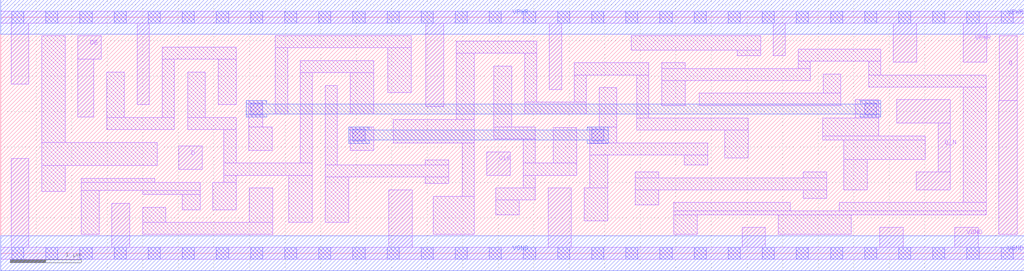
<source format=lef>
# Copyright 2020 The SkyWater PDK Authors
#
# Licensed under the Apache License, Version 2.0 (the "License");
# you may not use this file except in compliance with the License.
# You may obtain a copy of the License at
#
#     https://www.apache.org/licenses/LICENSE-2.0
#
# Unless required by applicable law or agreed to in writing, software
# distributed under the License is distributed on an "AS IS" BASIS,
# WITHOUT WARRANTIES OR CONDITIONS OF ANY KIND, either express or implied.
# See the License for the specific language governing permissions and
# limitations under the License.
#
# SPDX-License-Identifier: Apache-2.0

VERSION 5.7 ;
  NAMESCASESENSITIVE ON ;
  NOWIREEXTENSIONATPIN ON ;
  DIVIDERCHAR "/" ;
  BUSBITCHARS "[]" ;
UNITS
  DATABASE MICRONS 200 ;
END UNITS
MACRO sky130_fd_sc_lp__edfxbp_1
  CLASS CORE ;
  SOURCE USER ;
  FOREIGN sky130_fd_sc_lp__edfxbp_1 ;
  ORIGIN  0.000000  0.000000 ;
  SIZE  14.40000 BY  3.330000 ;
  SYMMETRY X Y R90 ;
  SITE unit ;
  PIN D
    ANTENNAGATEAREA  0.126000 ;
    DIRECTION INPUT ;
    USE SIGNAL ;
    PORT
      LAYER li1 ;
        RECT 2.505000 1.180000 2.835000 1.510000 ;
    END
  END D
  PIN DE
    ANTENNAGATEAREA  0.285000 ;
    DIRECTION INPUT ;
    USE SIGNAL ;
    PORT
      LAYER li1 ;
        RECT 1.085000 1.920000 1.310000 2.735000 ;
        RECT 1.085000 2.735000 1.415000 3.065000 ;
    END
  END DE
  PIN Q
    ANTENNADIFFAREA  0.571200 ;
    DIRECTION OUTPUT ;
    USE SIGNAL ;
    PORT
      LAYER li1 ;
        RECT 14.045000 0.265000 14.300000 2.150000 ;
        RECT 14.050000 2.150000 14.300000 3.065000 ;
    END
  END Q
  PIN Q_N
    ANTENNADIFFAREA  0.583800 ;
    DIRECTION OUTPUT ;
    USE SIGNAL ;
    PORT
      LAYER li1 ;
        RECT 12.605000 1.835000 13.360000 2.165000 ;
        RECT 12.880000 0.895000 13.360000 1.145000 ;
        RECT 13.190000 1.145000 13.360000 1.835000 ;
    END
  END Q_N
  PIN CLK
    ANTENNAGATEAREA  0.159000 ;
    DIRECTION INPUT ;
    USE CLOCK ;
    PORT
      LAYER li1 ;
        RECT 6.840000 1.100000 7.170000 1.430000 ;
    END
  END CLK
  PIN VGND
    DIRECTION INOUT ;
    USE GROUND ;
    PORT
      LAYER li1 ;
        RECT  0.000000 -0.085000 14.400000 0.085000 ;
        RECT  0.145000  0.085000  0.395000 1.335000 ;
        RECT  1.565000  0.085000  1.815000 0.705000 ;
        RECT  5.460000  0.085000  5.790000 0.895000 ;
        RECT  7.700000  0.085000  8.030000 0.920000 ;
        RECT 10.430000  0.085000 10.760000 0.365000 ;
        RECT 12.370000  0.085000 12.700000 0.365000 ;
        RECT 13.420000  0.085000 13.750000 0.365000 ;
      LAYER mcon ;
        RECT  0.155000 -0.085000  0.325000 0.085000 ;
        RECT  0.635000 -0.085000  0.805000 0.085000 ;
        RECT  1.115000 -0.085000  1.285000 0.085000 ;
        RECT  1.595000 -0.085000  1.765000 0.085000 ;
        RECT  2.075000 -0.085000  2.245000 0.085000 ;
        RECT  2.555000 -0.085000  2.725000 0.085000 ;
        RECT  3.035000 -0.085000  3.205000 0.085000 ;
        RECT  3.515000 -0.085000  3.685000 0.085000 ;
        RECT  3.995000 -0.085000  4.165000 0.085000 ;
        RECT  4.475000 -0.085000  4.645000 0.085000 ;
        RECT  4.955000 -0.085000  5.125000 0.085000 ;
        RECT  5.435000 -0.085000  5.605000 0.085000 ;
        RECT  5.915000 -0.085000  6.085000 0.085000 ;
        RECT  6.395000 -0.085000  6.565000 0.085000 ;
        RECT  6.875000 -0.085000  7.045000 0.085000 ;
        RECT  7.355000 -0.085000  7.525000 0.085000 ;
        RECT  7.835000 -0.085000  8.005000 0.085000 ;
        RECT  8.315000 -0.085000  8.485000 0.085000 ;
        RECT  8.795000 -0.085000  8.965000 0.085000 ;
        RECT  9.275000 -0.085000  9.445000 0.085000 ;
        RECT  9.755000 -0.085000  9.925000 0.085000 ;
        RECT 10.235000 -0.085000 10.405000 0.085000 ;
        RECT 10.715000 -0.085000 10.885000 0.085000 ;
        RECT 11.195000 -0.085000 11.365000 0.085000 ;
        RECT 11.675000 -0.085000 11.845000 0.085000 ;
        RECT 12.155000 -0.085000 12.325000 0.085000 ;
        RECT 12.635000 -0.085000 12.805000 0.085000 ;
        RECT 13.115000 -0.085000 13.285000 0.085000 ;
        RECT 13.595000 -0.085000 13.765000 0.085000 ;
        RECT 14.075000 -0.085000 14.245000 0.085000 ;
      LAYER met1 ;
        RECT 0.000000 -0.245000 14.400000 0.245000 ;
    END
  END VGND
  PIN VPWR
    DIRECTION INOUT ;
    USE POWER ;
    PORT
      LAYER li1 ;
        RECT  0.000000 3.245000 14.400000 3.415000 ;
        RECT  0.145000 2.385000  0.395000 3.245000 ;
        RECT  1.920000 2.095000  2.090000 3.245000 ;
        RECT  5.980000 2.065000  6.230000 3.245000 ;
        RECT  7.720000 2.310000  7.890000 3.245000 ;
        RECT 10.870000 2.785000 11.040000 3.245000 ;
        RECT 12.560000 2.695000 12.890000 3.245000 ;
        RECT 13.540000 2.695000 13.870000 3.245000 ;
      LAYER mcon ;
        RECT  0.155000 3.245000  0.325000 3.415000 ;
        RECT  0.635000 3.245000  0.805000 3.415000 ;
        RECT  1.115000 3.245000  1.285000 3.415000 ;
        RECT  1.595000 3.245000  1.765000 3.415000 ;
        RECT  2.075000 3.245000  2.245000 3.415000 ;
        RECT  2.555000 3.245000  2.725000 3.415000 ;
        RECT  3.035000 3.245000  3.205000 3.415000 ;
        RECT  3.515000 3.245000  3.685000 3.415000 ;
        RECT  3.995000 3.245000  4.165000 3.415000 ;
        RECT  4.475000 3.245000  4.645000 3.415000 ;
        RECT  4.955000 3.245000  5.125000 3.415000 ;
        RECT  5.435000 3.245000  5.605000 3.415000 ;
        RECT  5.915000 3.245000  6.085000 3.415000 ;
        RECT  6.395000 3.245000  6.565000 3.415000 ;
        RECT  6.875000 3.245000  7.045000 3.415000 ;
        RECT  7.355000 3.245000  7.525000 3.415000 ;
        RECT  7.835000 3.245000  8.005000 3.415000 ;
        RECT  8.315000 3.245000  8.485000 3.415000 ;
        RECT  8.795000 3.245000  8.965000 3.415000 ;
        RECT  9.275000 3.245000  9.445000 3.415000 ;
        RECT  9.755000 3.245000  9.925000 3.415000 ;
        RECT 10.235000 3.245000 10.405000 3.415000 ;
        RECT 10.715000 3.245000 10.885000 3.415000 ;
        RECT 11.195000 3.245000 11.365000 3.415000 ;
        RECT 11.675000 3.245000 11.845000 3.415000 ;
        RECT 12.155000 3.245000 12.325000 3.415000 ;
        RECT 12.635000 3.245000 12.805000 3.415000 ;
        RECT 13.115000 3.245000 13.285000 3.415000 ;
        RECT 13.595000 3.245000 13.765000 3.415000 ;
        RECT 14.075000 3.245000 14.245000 3.415000 ;
      LAYER met1 ;
        RECT 0.000000 3.085000 14.400000 3.575000 ;
    END
  END VPWR
  OBS
    LAYER li1 ;
      RECT  0.575000 0.875000  0.905000 1.235000 ;
      RECT  0.575000 1.235000  2.200000 1.565000 ;
      RECT  0.575000 1.565000  0.905000 3.065000 ;
      RECT  1.135000 0.265000  1.385000 0.885000 ;
      RECT  1.135000 0.885000  2.805000 1.000000 ;
      RECT  1.135000 1.000000  2.165000 1.055000 ;
      RECT  1.490000 1.745000  2.440000 1.915000 ;
      RECT  1.490000 1.915000  1.740000 2.555000 ;
      RECT  1.995000 0.265000  3.825000 0.435000 ;
      RECT  1.995000 0.435000  2.325000 0.650000 ;
      RECT  1.995000 0.830000  2.805000 0.885000 ;
      RECT  2.270000 1.915000  2.440000 2.735000 ;
      RECT  2.270000 2.735000  3.310000 2.905000 ;
      RECT  2.555000 0.615000  2.805000 0.830000 ;
      RECT  2.630000 1.745000  3.310000 1.915000 ;
      RECT  2.630000 1.915000  2.880000 2.555000 ;
      RECT  2.985000 0.615000  3.315000 1.000000 ;
      RECT  3.060000 2.095000  3.310000 2.735000 ;
      RECT  3.140000 1.000000  3.315000 1.100000 ;
      RECT  3.140000 1.100000  4.385000 1.270000 ;
      RECT  3.140000 1.270000  3.310000 1.745000 ;
      RECT  3.490000 1.450000  3.820000 1.780000 ;
      RECT  3.490000 1.780000  3.685000 2.150000 ;
      RECT  3.495000 0.435000  3.825000 0.920000 ;
      RECT  3.865000 1.960000  4.035000 2.895000 ;
      RECT  3.865000 2.895000  5.775000 3.065000 ;
      RECT  4.055000 0.435000  4.385000 1.100000 ;
      RECT  4.215000 1.270000  4.385000 2.545000 ;
      RECT  4.215000 2.545000  5.245000 2.715000 ;
      RECT  4.565000 0.435000  4.895000 1.075000 ;
      RECT  4.565000 1.075000  6.300000 1.245000 ;
      RECT  4.565000 1.245000  4.735000 2.365000 ;
      RECT  4.915000 1.450000  5.245000 1.780000 ;
      RECT  4.915000 1.960000  5.245000 2.545000 ;
      RECT  5.445000 2.265000  5.775000 2.895000 ;
      RECT  5.520000 1.555000  6.660000 1.885000 ;
      RECT  5.970000 0.985000  6.300000 1.075000 ;
      RECT  5.970000 1.245000  6.300000 1.315000 ;
      RECT  6.085000 0.265000  6.660000 0.805000 ;
      RECT  6.410000 1.885000  6.660000 2.820000 ;
      RECT  6.410000 2.820000  7.540000 2.990000 ;
      RECT  6.490000 0.805000  6.660000 1.555000 ;
      RECT  6.940000 1.610000  7.520000 1.780000 ;
      RECT  6.940000 1.780000  7.190000 2.640000 ;
      RECT  6.965000 0.540000  7.295000 0.750000 ;
      RECT  6.965000 0.750000  7.520000 0.920000 ;
      RECT  7.350000 0.920000  7.520000 1.100000 ;
      RECT  7.350000 1.100000  8.105000 1.270000 ;
      RECT  7.350000 1.270000  7.520000 1.610000 ;
      RECT  7.370000 1.960000  8.240000 2.130000 ;
      RECT  7.370000 2.130000  7.540000 2.820000 ;
      RECT  7.775000 1.270000  8.105000 1.770000 ;
      RECT  8.070000 2.130000  8.240000 2.515000 ;
      RECT  8.070000 2.515000  9.120000 2.685000 ;
      RECT  8.210000 0.460000  8.540000 0.920000 ;
      RECT  8.285000 0.920000  8.540000 1.385000 ;
      RECT  8.285000 1.385000  9.950000 1.555000 ;
      RECT  8.285000 1.555000  8.670000 1.780000 ;
      RECT  8.420000 1.780000  8.670000 2.335000 ;
      RECT  8.870000 2.865000 10.690000 3.065000 ;
      RECT  8.925000 0.685000  9.255000 0.895000 ;
      RECT  8.925000 0.895000 11.620000 1.065000 ;
      RECT  8.925000 1.065000  9.255000 1.145000 ;
      RECT  8.950000 1.735000 10.520000 1.905000 ;
      RECT  8.950000 1.905000  9.120000 2.515000 ;
      RECT  9.300000 2.085000  9.630000 2.435000 ;
      RECT  9.300000 2.435000 11.390000 2.605000 ;
      RECT  9.300000 2.605000  9.630000 2.685000 ;
      RECT  9.470000 0.265000  9.800000 0.545000 ;
      RECT  9.470000 0.545000 13.865000 0.595000 ;
      RECT  9.470000 0.595000 11.110000 0.715000 ;
      RECT  9.620000 1.245000  9.950000 1.385000 ;
      RECT  9.830000 2.085000 11.820000 2.255000 ;
      RECT 10.190000 1.345000 10.520000 1.735000 ;
      RECT 10.360000 2.785000 10.690000 2.865000 ;
      RECT 10.940000 0.265000 11.970000 0.545000 ;
      RECT 11.220000 2.605000 11.390000 2.705000 ;
      RECT 11.220000 2.705000 12.380000 2.875000 ;
      RECT 11.290000 0.775000 11.620000 0.895000 ;
      RECT 11.290000 1.065000 11.620000 1.145000 ;
      RECT 11.565000 1.595000 13.010000 1.655000 ;
      RECT 11.565000 1.655000 12.355000 1.905000 ;
      RECT 11.570000 2.255000 11.820000 2.525000 ;
      RECT 11.800000 0.595000 13.865000 0.715000 ;
      RECT 11.860000 0.895000 12.190000 1.325000 ;
      RECT 11.860000 1.325000 13.010000 1.595000 ;
      RECT 12.020000 1.905000 12.355000 2.165000 ;
      RECT 12.210000 2.345000 13.865000 2.515000 ;
      RECT 12.210000 2.515000 12.380000 2.705000 ;
      RECT 13.540000 0.715000 13.865000 2.345000 ;
    LAYER mcon ;
      RECT  3.515000 1.950000  3.685000 2.120000 ;
      RECT  4.955000 1.580000  5.125000 1.750000 ;
      RECT  8.315000 1.580000  8.485000 1.750000 ;
      RECT 12.155000 1.950000 12.325000 2.120000 ;
    LAYER met1 ;
      RECT  3.455000 1.920000  3.745000 1.965000 ;
      RECT  3.455000 1.965000 12.385000 2.105000 ;
      RECT  3.455000 2.105000  3.745000 2.150000 ;
      RECT  4.895000 1.550000  5.185000 1.595000 ;
      RECT  4.895000 1.595000  8.545000 1.735000 ;
      RECT  4.895000 1.735000  5.185000 1.780000 ;
      RECT  8.255000 1.550000  8.545000 1.595000 ;
      RECT  8.255000 1.735000  8.545000 1.780000 ;
      RECT 12.095000 1.920000 12.385000 1.965000 ;
      RECT 12.095000 2.105000 12.385000 2.150000 ;
  END
END sky130_fd_sc_lp__edfxbp_1

</source>
